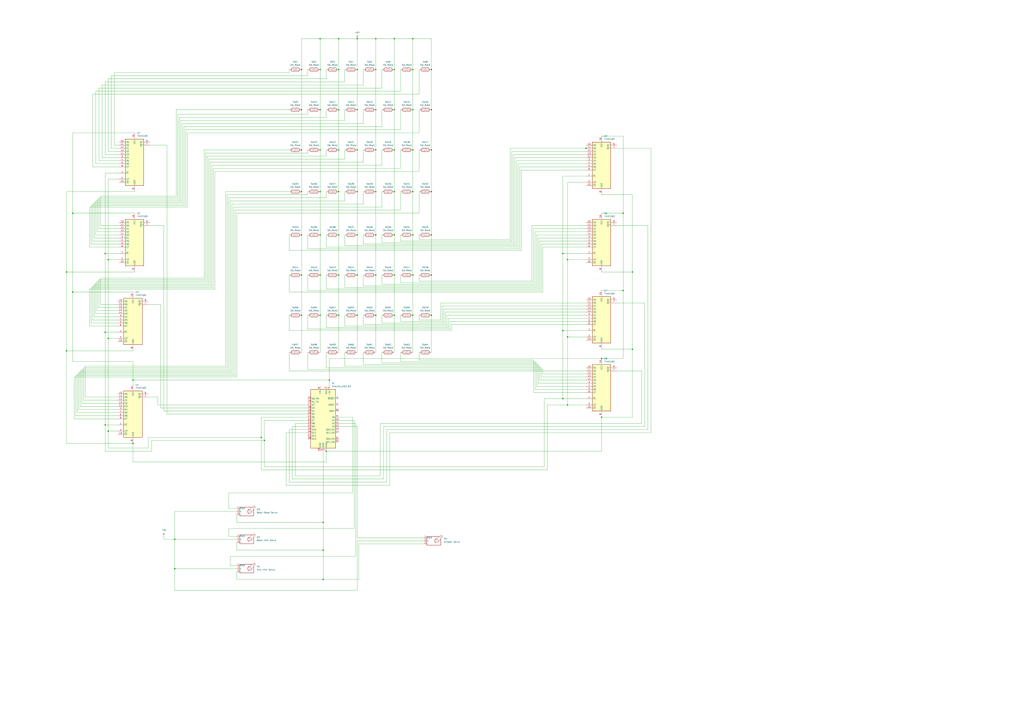
<source format=kicad_sch>
(kicad_sch (version 20230121) (generator eeschema)
  (paper "A1")
  (lib_symbols
    (symbol "74xx:74HC165"
      (property "Reference" "U" (at -7.62 19.05 0))
      (property "Value" "74HC165" (at -7.62 -21.59 0))
      (symbol "74HC165_1_0"
        (pin input line (at -12.7 -10.16 0) (length 5.08) (name "~{PL}") (number "1"))
        (pin input line (at -12.7 15.24 0) (length 5.08) (name "DS") (number "10"))
        (pin input line (at -12.7 12.7 0) (length 5.08) (name "D0") (number "11"))
        (pin input line (at -12.7 10.16 0) (length 5.08) (name "D1") (number "12"))
        (pin input line (at -12.7 7.62 0) (length 5.08) (name "D2") (number "13"))
        (pin input line (at -12.7 5.08 0) (length 5.08) (name "D3") (number "14"))
        (pin input line (at -12.7 -17.78 0) (length 5.08) (name "~{CE}") (number "15"))
        (pin power_in line (at 0 22.86 270) (length 5.08) (name "VCC") (number "16"))
        (pin input line (at -12.7 -15.24 0) (length 5.08) (name "CP") (number "2"))
        (pin input line (at -12.7 2.54 0) (length 5.08) (name "D4") (number "3"))
        (pin input line (at -12.7 0 0) (length 5.08) (name "D5") (number "4"))
        (pin input line (at -12.7 -2.54 0) (length 5.08) (name "D6") (number "5"))
        (pin input line (at -12.7 -5.08 0) (length 5.08) (name "D7") (number "6"))
        (pin output line (at 12.7 12.7 180) (length 5.08) (name "~{Q7}") (number "7"))
        (pin power_in line (at 0 -25.4 90) (length 5.08) (name "GND") (number "8"))
        (pin output line (at 12.7 15.24 180) (length 5.08) (name "Q7") (number "9"))
      )
    )
    (symbol "MCU_Module:Arduino_UNO_R3"
      (property "Reference" "A" (at -10.16 23.495 0))
      (property "Value" "Arduino_UNO_R3" (at 5.08 -26.67 0))
      (symbol "Arduino_UNO_R3_1_1"
        (pin no_connect line (at -10.16 -20.32 0) (length 2.54) hide (name "NC") (number "1"))
        (pin bidirectional line (at 12.7 -2.54 180) (length 2.54) (name "A1") (number "10"))
        (pin bidirectional line (at 12.7 -5.08 180) (length 2.54) (name "A2") (number "11"))
        (pin bidirectional line (at 12.7 -7.62 180) (length 2.54) (name "A3") (number "12"))
        (pin bidirectional line (at 12.7 -10.16 180) (length 2.54) (name "SDA/A4") (number "13"))
        (pin bidirectional line (at 12.7 -12.7 180) (length 2.54) (name "SCL/A5") (number "14"))
        (pin bidirectional line (at -12.7 15.24 0) (length 2.54) (name "D0/RX") (number "15"))
        (pin bidirectional line (at -12.7 12.7 0) (length 2.54) (name "D1/TX") (number "16"))
        (pin bidirectional line (at -12.7 10.16 0) (length 2.54) (name "D2") (number "17"))
        (pin bidirectional line (at -12.7 7.62 0) (length 2.54) (name "D3") (number "18"))
        (pin bidirectional line (at -12.7 5.08 0) (length 2.54) (name "D4") (number "19"))
        (pin output line (at 12.7 10.16 180) (length 2.54) (name "IOREF") (number "2"))
        (pin bidirectional line (at -12.7 2.54 0) (length 2.54) (name "D5") (number "20"))
        (pin bidirectional line (at -12.7 0 0) (length 2.54) (name "D6") (number "21"))
        (pin bidirectional line (at -12.7 -2.54 0) (length 2.54) (name "D7") (number "22"))
        (pin bidirectional line (at -12.7 -5.08 0) (length 2.54) (name "D8") (number "23"))
        (pin bidirectional line (at -12.7 -7.62 0) (length 2.54) (name "D9") (number "24"))
        (pin bidirectional line (at -12.7 -10.16 0) (length 2.54) (name "D10") (number "25"))
        (pin bidirectional line (at -12.7 -12.7 0) (length 2.54) (name "D11") (number "26"))
        (pin bidirectional line (at -12.7 -15.24 0) (length 2.54) (name "D12") (number "27"))
        (pin bidirectional line (at -12.7 -17.78 0) (length 2.54) (name "D13") (number "28"))
        (pin power_in line (at -2.54 -27.94 90) (length 2.54) (name "GND") (number "29"))
        (pin input line (at 12.7 15.24 180) (length 2.54) (name "~{RESET}") (number "3"))
        (pin input line (at 12.7 5.08 180) (length 2.54) (name "AREF") (number "30"))
        (pin bidirectional line (at 12.7 -17.78 180) (length 2.54) (name "SDA/A4") (number "31"))
        (pin bidirectional line (at 12.7 -20.32 180) (length 2.54) (name "SCL/A5") (number "32"))
        (pin power_out line (at 2.54 25.4 270) (length 2.54) (name "3V3") (number "4"))
        (pin power_out line (at 5.08 25.4 270) (length 2.54) (name "+5V") (number "5"))
        (pin power_in line (at 0 -27.94 90) (length 2.54) (name "GND") (number "6"))
        (pin power_in line (at 2.54 -27.94 90) (length 2.54) (name "GND") (number "7"))
        (pin power_in line (at -2.54 25.4 270) (length 2.54) (name "VIN") (number "8"))
        (pin bidirectional line (at 12.7 0 180) (length 2.54) (name "A0") (number "9"))
      )
    )
    (symbol "Motor:Motor_Servo" (pin_names (offset 0.0254))
      (property "Reference" "M" (at -5.08 4.445 0))
      (property "Value" "Motor_Servo" (at -5.08 -4.064 0))
      (symbol "Motor_Servo_1_1"
        (pin passive line (at -7.62 2.54 0) (length 2.54) (name "PWM") (number "1"))
        (pin passive line (at -7.62 0 0) (length 2.54) (name "+") (number "2"))
        (pin passive line (at -7.62 -2.54 0) (length 2.54) (name "-") (number "3"))
      )
    )
    (symbol "Switch:SW_Reed" (pin_numbers hide) (pin_names (offset 0) hide)
      (property "Reference" "SW" (at 0 2.54 0))
      (property "Value" "SW_Reed" (at 0 -2.54 0))
      (symbol "SW_Reed_1_1"
        (pin passive line (at -5.08 0 0) (length 2.54) (name "1") (number "1"))
        (pin passive line (at 5.08 0 180) (length 2.54) (name "2") (number "2"))
      )
    )
    (symbol "power:+6V" (power) (pin_names (offset 0))
      (property "Value" "+6V" (at 0 3.556 0))
      (symbol "+6V_1_1"
        (pin power_in line (at 0 0 90) (length 0) hide (name "+6V") (number "1"))
      )
    )
  )
  (junction (at 308.61 259.08))
  (junction (at 494.03 294.64))
  (junction (at 354.33 226.06))
  (junction (at 278.13 123.19))
  (junction (at 247.65 259.08))
  (junction (at 354.33 123.19))
  (junction (at 86.36 349.25))
  (junction (at 262.89 31.75))
  (junction (at 323.85 123.19))
  (junction (at 293.37 259.08))
  (junction (at 88.9 354.33))
  (junction (at 354.33 193.04))
  (junction (at 462.28 271.78))
  (junction (at 262.89 226.06))
  (junction (at 262.89 123.19))
  (junction (at 511.81 238.76))
  (junction (at 247.65 123.19))
  (junction (at 339.09 259.08))
  (junction (at 109.22 312.42))
  (junction (at 143.51 443.23))
  (junction (at 462.28 208.28))
  (junction (at 293.37 226.06))
  (junction (at 265.43 476.25))
  (junction (at 339.09 90.17))
  (junction (at 54.61 223.52))
  (junction (at 308.61 157.48))
  (junction (at 308.61 31.75))
  (junction (at 339.09 123.19))
  (junction (at 86.36 208.28))
  (junction (at 265.43 452.12))
  (junction (at 278.13 57.15))
  (junction (at 88.9 213.36))
  (junction (at 323.85 57.15))
  (junction (at 278.13 226.06))
  (junction (at 247.65 157.48))
  (junction (at 86.36 273.05))
  (junction (at 339.09 226.06))
  (junction (at 354.33 57.15))
  (junction (at 88.9 278.13))
  (junction (at 247.65 226.06))
  (junction (at 278.13 157.48))
  (junction (at 354.33 157.48))
  (junction (at 262.89 157.48))
  (junction (at 494.03 342.9))
  (junction (at 466.09 213.36))
  (junction (at 143.51 467.36))
  (junction (at 278.13 259.08))
  (junction (at 339.09 57.15))
  (junction (at 519.43 223.52))
  (junction (at 267.97 370.84))
  (junction (at 293.37 123.19))
  (junction (at 54.61 288.29))
  (junction (at 323.85 157.48))
  (junction (at 466.09 276.86))
  (junction (at 278.13 90.17))
  (junction (at 247.65 193.04))
  (junction (at 262.89 57.15))
  (junction (at 278.13 193.04))
  (junction (at 323.85 193.04))
  (junction (at 262.89 259.08))
  (junction (at 262.89 193.04))
  (junction (at 466.09 332.74))
  (junction (at 214.63 359.41))
  (junction (at 308.61 123.19))
  (junction (at 265.43 429.26))
  (junction (at 270.51 312.42))
  (junction (at 339.09 157.48))
  (junction (at 323.85 90.17))
  (junction (at 293.37 157.48))
  (junction (at 462.28 327.66))
  (junction (at 278.13 31.75))
  (junction (at 59.69 240.03))
  (junction (at 323.85 259.08))
  (junction (at 323.85 226.06))
  (junction (at 293.37 90.17))
  (junction (at 339.09 31.75))
  (junction (at 109.22 364.49))
  (junction (at 308.61 193.04))
  (junction (at 511.81 175.26))
  (junction (at 262.89 90.17))
  (junction (at 308.61 226.06))
  (junction (at 308.61 57.15))
  (junction (at 481.33 121.92))
  (junction (at 59.69 175.26))
  (junction (at 308.61 90.17))
  (junction (at 354.33 90.17))
  (junction (at 247.65 57.15))
  (junction (at 293.37 31.75))
  (junction (at 323.85 31.75))
  (junction (at 519.43 287.02))
  (junction (at 293.37 57.15))
  (junction (at 247.65 90.17))
  (junction (at 293.37 193.04))
  (junction (at 217.17 361.95))
  (junction (at 339.09 193.04))
  (junction (at 354.33 259.08))
  (wire (pts (xy 511.81 294.64) (xy 494.03 294.64)))
  (wire (pts (xy 80.01 231.14) (xy 80.01 255.27)))
  (wire (pts (xy 293.37 441.96) (xy 347.98 441.96)))
  (wire (pts (xy 73.66 170.18) (xy 73.66 203.2)))
  (wire (pts (xy 262.89 193.04) (xy 262.89 226.06)))
  (wire (pts (xy 344.17 109.22) (xy 153.67 109.22)))
  (wire (pts (xy 462.28 208.28) (xy 462.28 271.78)))
  (wire (pts (xy 298.45 157.48) (xy 298.45 167.64)))
  (wire (pts (xy 494.03 111.76) (xy 511.81 111.76)))
  (wire (pts (xy 481.33 121.92) (xy 482.6 121.92)))
  (wire (pts (xy 168.91 229.87) (xy 81.28 229.87)))
  (wire (pts (xy 73.66 203.2) (xy 97.79 203.2)))
  (wire (pts (xy 151.13 104.14) (xy 151.13 167.64)))
  (wire (pts (xy 313.69 289.56) (xy 313.69 298.45)))
  (wire (pts (xy 344.17 231.14) (xy 436.88 231.14)))
  (wire (pts (xy 76.2 77.47) (xy 76.2 137.16)))
  (wire (pts (xy 146.05 93.98) (xy 146.05 162.56)))
  (wire (pts (xy 81.28 132.08) (xy 97.79 132.08)))
  (wire (pts (xy 481.33 208.28) (xy 462.28 208.28)))
  (wire (pts (xy 267.97 162.56) (xy 187.96 162.56)))
  (wire (pts (xy 267.97 269.24) (xy 368.3 269.24)))
  (wire (pts (xy 313.69 90.17) (xy 313.69 104.14)))
  (wire (pts (xy 283.21 99.06) (xy 148.59 99.06)))
  (wire (pts (xy 124.46 370.84) (xy 86.36 370.84)))
  (wire (pts (xy 293.37 444.5) (xy 293.37 485.14)))
  (wire (pts (xy 54.61 157.48) (xy 54.61 223.52)))
  (wire (pts (xy 234.95 355.6) (xy 252.73 355.6)))
  (wire (pts (xy 481.33 271.78) (xy 462.28 271.78)))
  (wire (pts (xy 339.09 226.06) (xy 339.09 259.08)))
  (wire (pts (xy 82.55 185.42) (xy 97.79 185.42)))
  (wire (pts (xy 328.93 123.19) (xy 328.93 138.43)))
  (wire (pts (xy 344.17 90.17) (xy 344.17 109.22)))
  (wire (pts (xy 237.49 304.8) (xy 481.33 304.8)))
  (wire (pts (xy 308.61 157.48) (xy 308.61 193.04)))
  (wire (pts (xy 109.22 364.49) (xy 109.22 379.73)))
  (wire (pts (xy 167.64 228.6) (xy 82.55 228.6)))
  (wire (pts (xy 82.55 161.29) (xy 82.55 185.42)))
  (wire (pts (xy 278.13 342.9) (xy 289.56 342.9)))
  (wire (pts (xy 54.61 364.49) (xy 109.22 364.49)))
  (wire (pts (xy 527.05 304.8) (xy 527.05 347.98)))
  (wire (pts (xy 194.31 309.88) (xy 60.96 309.88)))
  (wire (pts (xy 370.84 271.78) (xy 370.84 266.7)))
  (wire (pts (xy 173.99 135.89) (xy 173.99 234.95)))
  (wire (pts (xy 267.97 237.49) (xy 443.23 237.49)))
  (wire (pts (xy 519.43 342.9) (xy 494.03 342.9)))
  (wire (pts (xy 237.49 396.24) (xy 237.49 353.06)))
  (wire (pts (xy 187.96 303.53) (xy 67.31 303.53)))
  (wire (pts (xy 328.93 226.06) (xy 328.93 232.41)))
  (wire (pts (xy 438.15 295.91) (xy 438.15 322.58)))
  (wire (pts (xy 283.21 201.93) (xy 424.18 201.93)))
  (wire (pts (xy 187.96 440.69) (xy 194.31 440.69)))
  (wire (pts (xy 81.28 187.96) (xy 97.79 187.96)))
  (wire (pts (xy 466.09 213.36) (xy 466.09 276.86)))
  (wire (pts (xy 144.78 90.17) (xy 144.78 161.29)))
  (wire (pts (xy 168.91 125.73) (xy 168.91 229.87)))
  (wire (pts (xy 320.04 355.6) (xy 320.04 398.78)))
  (wire (pts (xy 283.21 259.08) (xy 283.21 267.97)))
  (wire (pts (xy 313.69 157.48) (xy 313.69 170.18)))
  (wire (pts (xy 298.45 193.04) (xy 298.45 200.66)))
  (wire (pts (xy 339.09 31.75) (xy 354.33 31.75)))
  (wire (pts (xy 283.21 90.17) (xy 283.21 99.06)))
  (wire (pts (xy 298.45 57.15) (xy 298.45 69.85)))
  (wire (pts (xy 147.32 163.83) (xy 80.01 163.83)))
  (wire (pts (xy 237.49 193.04) (xy 237.49 205.74)))
  (wire (pts (xy 323.85 193.04) (xy 323.85 226.06)))
  (wire (pts (xy 81.28 162.56) (xy 81.28 187.96)))
  (wire (pts (xy 262.89 31.75) (xy 278.13 31.75)))
  (wire (pts (xy 278.13 226.06) (xy 278.13 259.08)))
  (wire (pts (xy 170.18 128.27) (xy 170.18 231.14)))
  (wire (pts (xy 328.93 74.93) (xy 78.74 74.93)))
  (wire (pts (xy 328.93 138.43) (xy 175.26 138.43)))
  (wire (pts (xy 74.93 200.66) (xy 97.79 200.66)))
  (wire (pts (xy 247.65 157.48) (xy 247.65 193.04)))
  (wire (pts (xy 283.21 289.56) (xy 283.21 300.99)))
  (wire (pts (xy 68.58 328.93) (xy 96.52 328.93)))
  (wire (pts (xy 247.65 123.19) (xy 247.65 157.48)))
  (wire (pts (xy 247.65 31.75) (xy 247.65 57.15)))
  (wire (pts (xy 494.03 238.76) (xy 511.81 238.76)))
  (wire (pts (xy 129.54 326.39) (xy 129.54 332.74)))
  (wire (pts (xy 83.82 69.85) (xy 83.82 129.54)))
  (wire (pts (xy 289.56 342.9) (xy 289.56 405.13)))
  (wire (pts (xy 237.49 205.74) (xy 427.99 205.74)))
  (wire (pts (xy 278.13 350.52) (xy 293.37 350.52)))
  (wire (pts (xy 186.69 160.02) (xy 186.69 302.26)))
  (wire (pts (xy 426.72 204.47) (xy 426.72 137.16)))
  (wire (pts (xy 298.45 299.72) (xy 441.96 299.72)))
  (wire (pts (xy 247.65 57.15) (xy 247.65 90.17)))
  (wire (pts (xy 194.31 476.25) (xy 265.43 476.25)))
  (wire (pts (xy 339.09 259.08) (xy 339.09 289.56)))
  (wire (pts (xy 252.73 123.19) (xy 252.73 125.73)))
  (wire (pts (xy 298.45 234.95) (xy 440.69 234.95)))
  (wire (pts (xy 252.73 93.98) (xy 146.05 93.98)))
  (wire (pts (xy 82.55 250.19) (xy 96.52 250.19)))
  (wire (pts (xy 191.77 170.18) (xy 191.77 307.34)))
  (wire (pts (xy 298.45 266.7) (xy 365.76 266.7)))
  (wire (pts (xy 328.93 106.68) (xy 152.4 106.68)))
  (wire (pts (xy 313.69 57.15) (xy 313.69 72.39)))
  (wire (pts (xy 109.22 312.42) (xy 109.22 297.18)))
  (wire (pts (xy 462.28 327.66) (xy 447.04 327.66)))
  (wire (pts (xy 293.37 259.08) (xy 293.37 289.56)))
  (wire (pts (xy 76.2 167.64) (xy 76.2 198.12)))
  (wire (pts (xy 419.1 121.92) (xy 481.33 121.92)))
  (wire (pts (xy 443.23 237.49) (xy 443.23 198.12)))
  (wire (pts (xy 270.51 312.42) (xy 270.51 317.5)))
  (wire (pts (xy 189.23 457.2) (xy 189.23 464.82)))
  (wire (pts (xy 252.73 238.76) (xy 444.5 238.76)))
  (wire (pts (xy 252.73 226.06) (xy 252.73 238.76)))
  (wire (pts (xy 190.5 306.07) (xy 64.77 306.07)))
  (wire (pts (xy 97.79 142.24) (xy 86.36 142.24)))
  (wire (pts (xy 481.33 276.86) (xy 466.09 276.86)))
  (wire (pts (xy 425.45 203.2) (xy 425.45 134.62)))
  (wire (pts (xy 88.9 64.77) (xy 88.9 124.46)))
  (wire (pts (xy 313.69 170.18) (xy 191.77 170.18)))
  (wire (pts (xy 506.73 248.92) (xy 529.59 248.92)))
  (wire (pts (xy 214.63 359.41) (xy 121.92 359.41)))
  (wire (pts (xy 78.74 232.41) (xy 78.74 257.81)))
  (wire (pts (xy 328.93 264.16) (xy 363.22 264.16)))
  (wire (pts (xy 308.61 259.08) (xy 308.61 289.56)))
  (wire (pts (xy 354.33 157.48) (xy 354.33 193.04)))
  (wire (pts (xy 267.97 90.17) (xy 267.97 96.52)))
  (wire (pts (xy 191.77 307.34) (xy 63.5 307.34)))
  (wire (pts (xy 444.5 302.26) (xy 444.5 309.88)))
  (wire (pts (xy 97.79 147.32) (xy 88.9 147.32)))
  (wire (pts (xy 317.5 353.06) (xy 317.5 396.24)))
  (wire (pts (xy 527.05 347.98) (xy 312.42 347.98)))
  (wire (pts (xy 265.43 452.12) (xy 265.43 476.25)))
  (wire (pts (xy 74.93 236.22) (xy 74.93 265.43)))
  (wire (pts (xy 278.13 193.04) (xy 278.13 226.06)))
  (wire (pts (xy 344.17 157.48) (xy 344.17 175.26)))
  (wire (pts (xy 511.81 111.76) (xy 511.81 175.26)))
  (wire (pts (xy 354.33 90.17) (xy 354.33 123.19)))
  (wire (pts (xy 328.93 157.48) (xy 328.93 172.72)))
  (wire (pts (xy 193.04 308.61) (xy 62.23 308.61)))
  (wire (pts (xy 88.9 124.46) (xy 97.79 124.46)))
  (wire (pts (xy 449.58 332.74) (xy 449.58 386.08)))
  (wire (pts (xy 81.28 229.87) (xy 81.28 252.73)))
  (wire (pts (xy 185.42 300.99) (xy 69.85 300.99)))
  (wire (pts (xy 466.09 276.86) (xy 466.09 332.74)))
  (wire (pts (xy 494.03 175.26) (xy 511.81 175.26)))
  (wire (pts (xy 237.49 57.15) (xy 237.49 59.69)))
  (wire (pts (xy 447.04 327.66) (xy 447.04 383.54)))
  (wire (pts (xy 187.96 405.13) (xy 187.96 417.83)))
  (wire (pts (xy 294.64 447.04) (xy 294.64 476.25)))
  (wire (pts (xy 252.73 342.9) (xy 214.63 342.9)))
  (wire (pts (xy 137.16 340.36) (xy 252.73 340.36)))
  (wire (pts (xy 339.09 157.48) (xy 339.09 193.04)))
  (wire (pts (xy 69.85 300.99) (xy 69.85 326.39)))
  (wire (pts (xy 171.45 130.81) (xy 171.45 232.41)))
  (wire (pts (xy 436.88 231.14) (xy 436.88 185.42)))
  (wire (pts (xy 146.05 162.56) (xy 81.28 162.56)))
  (wire (pts (xy 149.86 101.6) (xy 149.86 166.37)))
  (wire (pts (xy 529.59 350.52) (xy 314.96 350.52)))
  (wire (pts (xy 144.78 161.29) (xy 82.55 161.29)))
  (wire (pts (xy 132.08 335.28) (xy 252.73 335.28)))
  (wire (pts (xy 214.63 386.08) (xy 214.63 359.41)))
  (wire (pts (xy 354.33 123.19) (xy 354.33 157.48)))
  (wire (pts (xy 278.13 157.48) (xy 278.13 193.04)))
  (wire (pts (xy 278.13 57.15) (xy 278.13 90.17)))
  (wire (pts (xy 293.37 90.17) (xy 293.37 123.19)))
  (wire (pts (xy 283.21 300.99) (xy 443.23 300.99)))
  (wire (pts (xy 368.3 261.62) (xy 481.33 261.62)))
  (wire (pts (xy 91.44 62.23) (xy 91.44 121.92)))
  (wire (pts (xy 237.49 123.19) (xy 167.64 123.19)))
  (wire (pts (xy 365.76 266.7) (xy 365.76 256.54)))
  (wire (pts (xy 62.23 308.61) (xy 62.23 341.63)))
  (wire (pts (xy 73.66 267.97) (xy 96.52 267.97)))
  (wire (pts (xy 60.96 344.17) (xy 96.52 344.17)))
  (wire (pts (xy 361.95 248.92) (xy 481.33 248.92)))
  (wire (pts (xy 323.85 123.19) (xy 323.85 157.48)))
  (wire (pts (xy 339.09 31.75) (xy 339.09 57.15)))
  (wire (pts (xy 176.53 237.49) (xy 73.66 237.49)))
  (wire (pts (xy 298.45 289.56) (xy 298.45 299.72)))
  (wire (pts (xy 78.74 257.81) (xy 96.52 257.81)))
  (wire (pts (xy 88.9 278.13) (xy 88.9 354.33)))
  (wire (pts (xy 262.89 157.48) (xy 262.89 193.04)))
  (wire (pts (xy 462.28 144.78) (xy 462.28 208.28)))
  (wire (pts (xy 123.19 119.38) (xy 137.16 119.38)))
  (wire (pts (xy 189.23 464.82) (xy 194.31 464.82)))
  (wire (pts (xy 83.82 129.54) (xy 97.79 129.54)))
  (wire (pts (xy 68.58 302.26) (xy 68.58 328.93)))
  (wire (pts (xy 267.97 289.56) (xy 267.97 302.26)))
  (wire (pts (xy 73.66 237.49) (xy 73.66 267.97)))
  (wire (pts (xy 109.22 288.29) (xy 54.61 288.29)))
  (wire (pts (xy 252.73 160.02) (xy 186.69 160.02)))
  (wire (pts (xy 148.59 99.06) (xy 148.59 165.1)))
  (wire (pts (xy 172.72 133.35) (xy 172.72 233.68)))
  (wire (pts (xy 328.93 172.72) (xy 193.04 172.72)))
  (wire (pts (xy 262.89 226.06) (xy 262.89 259.08)))
  (wire (pts (xy 369.57 264.16) (xy 481.33 264.16)))
  (wire (pts (xy 313.69 135.89) (xy 173.99 135.89)))
  (wire (pts (xy 367.03 259.08) (xy 481.33 259.08)))
  (wire (pts (xy 427.99 205.74) (xy 427.99 139.7)))
  (wire (pts (xy 308.61 57.15) (xy 308.61 90.17)))
  (wire (pts (xy 86.36 370.84) (xy 86.36 349.25)))
  (wire (pts (xy 63.5 339.09) (xy 96.52 339.09)))
  (wire (pts (xy 294.64 476.25) (xy 265.43 476.25)))
  (wire (pts (xy 134.62 337.82) (xy 252.73 337.82)))
  (wire (pts (xy 312.42 347.98) (xy 312.42 391.16)))
  (wire (pts (xy 445.77 303.53) (xy 445.77 307.34)))
  (wire (pts (xy 240.03 393.7) (xy 240.03 350.52)))
  (wire (pts (xy 481.33 332.74) (xy 466.09 332.74)))
  (wire (pts (xy 194.31 420.37) (xy 143.51 420.37)))
  (wire (pts (xy 152.4 168.91) (xy 74.93 168.91)))
  (wire (pts (xy 313.69 72.39) (xy 81.28 72.39)))
  (wire (pts (xy 354.33 226.06) (xy 354.33 259.08)))
  (wire (pts (xy 252.73 57.15) (xy 252.73 62.23)))
  (wire (pts (xy 445.77 307.34) (xy 481.33 307.34)))
  (wire (pts (xy 444.5 200.66) (xy 481.33 200.66)))
  (wire (pts (xy 124.46 361.95) (xy 124.46 370.84)))
  (wire (pts (xy 308.61 90.17) (xy 308.61 123.19)))
  (wire (pts (xy 344.17 259.08) (xy 344.17 262.89)))
  (wire (pts (xy 267.97 370.84) (xy 494.03 370.84)))
  (wire (pts (xy 185.42 157.48) (xy 185.42 300.99)))
  (wire (pts (xy 283.21 226.06) (xy 283.21 236.22)))
  (wire (pts (xy 267.97 226.06) (xy 267.97 237.49)))
  (wire (pts (xy 194.31 445.77) (xy 194.31 452.12)))
  (wire (pts (xy 365.76 256.54) (xy 481.33 256.54)))
  (wire (pts (xy 173.99 234.95) (xy 76.2 234.95)))
  (wire (pts (xy 64.77 306.07) (xy 64.77 336.55)))
  (wire (pts (xy 186.69 302.26) (xy 68.58 302.26)))
  (wire (pts (xy 278.13 347.98) (xy 292.1 347.98)))
  (wire (pts (xy 511.81 175.26) (xy 511.81 238.76)))
  (wire (pts (xy 466.09 149.86) (xy 466.09 213.36)))
  (wire (pts (xy 69.85 326.39) (xy 96.52 326.39)))
  (wire (pts (xy 438.15 187.96) (xy 481.33 187.96)))
  (wire (pts (xy 344.17 196.85) (xy 419.1 196.85)))
  (wire (pts (xy 313.69 123.19) (xy 313.69 135.89)))
  (wire (pts (xy 368.3 269.24) (xy 368.3 261.62)))
  (wire (pts (xy 283.21 130.81) (xy 171.45 130.81)))
  (wire (pts (xy 293.37 350.52) (xy 293.37 441.96)))
  (wire (pts (xy 317.5 396.24) (xy 237.49 396.24)))
  (wire (pts (xy 344.17 123.19) (xy 344.17 140.97)))
  (wire (pts (xy 86.36 142.24) (xy 86.36 208.28)))
  (wire (pts (xy 283.21 123.19) (xy 283.21 130.81)))
  (wire (pts (xy 262.89 90.17) (xy 262.89 123.19)))
  (wire (pts (xy 265.43 452.12) (xy 265.43 429.26)))
  (wire (pts (xy 420.37 124.46) (xy 481.33 124.46)))
  (wire (pts (xy 96.52 278.13) (xy 88.9 278.13)))
  (wire (pts (xy 313.69 199.39) (xy 421.64 199.39)))
  (wire (pts (xy 293.37 123.19) (xy 293.37 157.48)))
  (wire (pts (xy 189.23 304.8) (xy 66.04 304.8)))
  (wire (pts (xy 267.97 302.26) (xy 444.5 302.26)))
  (wire (pts (xy 123.19 185.42) (xy 134.62 185.42)))
  (wire (pts (xy 363.22 264.16) (xy 363.22 251.46)))
  (wire (pts (xy 440.69 298.45) (xy 440.69 317.5)))
  (wire (pts (xy 265.43 429.26) (xy 194.31 429.26)))
  (wire (pts (xy 447.04 383.54) (xy 217.17 383.54)))
  (wire (pts (xy 214.63 342.9) (xy 214.63 359.41)))
  (wire (pts (xy 78.74 193.04) (xy 97.79 193.04)))
  (wire (pts (xy 76.2 137.16) (xy 97.79 137.16)))
  (wire (pts (xy 344.17 77.47) (xy 76.2 77.47)))
  (wire (pts (xy 252.73 289.56) (xy 252.73 303.53)))
  (wire (pts (xy 278.13 31.75) (xy 293.37 31.75)))
  (wire (pts (xy 74.93 168.91) (xy 74.93 200.66)))
  (wire (pts (xy 247.65 226.06) (xy 247.65 259.08)))
  (wire (pts (xy 77.47 195.58) (xy 97.79 195.58)))
  (wire (pts (xy 441.96 299.72) (xy 441.96 314.96)))
  (wire (pts (xy 110.49 223.52) (xy 54.61 223.52)))
  (wire (pts (xy 506.73 121.92) (xy 534.67 121.92)))
  (wire (pts (xy 293.37 157.48) (xy 293.37 193.04)))
  (wire (pts (xy 344.17 289.56) (xy 344.17 295.91)))
  (wire (pts (xy 323.85 90.17) (xy 323.85 123.19)))
  (wire (pts (xy 370.84 266.7) (xy 481.33 266.7)))
  (wire (pts (xy 78.74 165.1) (xy 78.74 193.04)))
  (wire (pts (xy 534.67 355.6) (xy 320.04 355.6)))
  (wire (pts (xy 252.73 270.51) (xy 369.57 270.51)))
  (wire (pts (xy 328.93 193.04) (xy 328.93 198.12)))
  (wire (pts (xy 59.69 240.03) (xy 59.69 297.18)))
  (wire (pts (xy 270.51 294.64) (xy 270.51 312.42)))
  (wire (pts (xy 242.57 347.98) (xy 252.73 347.98)))
  (wire (pts (xy 67.31 331.47) (xy 96.52 331.47)))
  (wire (pts (xy 439.42 233.68) (xy 439.42 190.5)))
  (wire (pts (xy 80.01 190.5) (xy 97.79 190.5)))
  (wire (pts (xy 323.85 57.15) (xy 323.85 31.75)))
  (wire (pts (xy 234.95 398.78) (xy 234.95 355.6)))
  (wire (pts (xy 237.49 157.48) (xy 185.42 157.48)))
  (wire (pts (xy 262.89 57.15) (xy 262.89 90.17)))
  (wire (pts (xy 110.49 109.22) (xy 59.69 109.22)))
  (wire (pts (xy 267.97 379.73) (xy 267.97 370.84)))
  (wire (pts (xy 247.65 193.04) (xy 247.65 226.06)))
  (wire (pts (xy 439.42 320.04) (xy 481.33 320.04)))
  (wire (pts (xy 519.43 160.02) (xy 519.43 223.52)))
  (wire (pts (xy 440.69 317.5) (xy 481.33 317.5)))
  (wire (pts (xy 194.31 429.26) (xy 194.31 422.91)))
  (wire (pts (xy 54.61 223.52) (xy 54.61 288.29)))
  (wire (pts (xy 344.17 140.97) (xy 176.53 140.97)))
  (wire (pts (xy 237.49 59.69) (xy 93.98 59.69)))
  (wire (pts (xy 252.73 90.17) (xy 252.73 93.98)))
  (wire (pts (xy 176.53 140.97) (xy 176.53 237.49)))
  (wire (pts (xy 189.23 165.1) (xy 189.23 304.8)))
  (wire (pts (xy 439.42 297.18) (xy 439.42 320.04)))
  (wire (pts (xy 354.33 31.75) (xy 354.33 57.15)))
  (wire (pts (xy 328.93 57.15) (xy 328.93 74.93)))
  (wire (pts (xy 313.69 226.06) (xy 313.69 233.68)))
  (wire (pts (xy 86.36 349.25) (xy 96.52 349.25)))
  (wire (pts (xy 81.28 72.39) (xy 81.28 132.08)))
  (wire (pts (xy 265.43 370.84) (xy 265.43 429.26)))
  (wire (pts (xy 344.17 262.89) (xy 361.95 262.89)))
  (wire (pts (xy 76.2 234.95) (xy 76.2 262.89)))
  (wire (pts (xy 59.69 109.22) (xy 59.69 175.26)))
  (wire (pts (xy 217.17 345.44) (xy 217.17 361.95)))
  (wire (pts (xy 313.69 193.04) (xy 313.69 199.39)))
  (wire (pts (xy 143.51 443.23) (xy 143.51 467.36)))
  (wire (pts (xy 86.36 273.05) (xy 86.36 349.25)))
  (wire (pts (xy 314.96 393.7) (xy 240.03 393.7)))
  (wire (pts (xy 171.45 232.41) (xy 78.74 232.41)))
  (wire (pts (xy 190.5 167.64) (xy 190.5 306.07)))
  (wire (pts (xy 308.61 226.06) (xy 308.61 259.08)))
  (wire (pts (xy 237.49 289.56) (xy 237.49 304.8)))
  (wire (pts (xy 298.45 133.35) (xy 172.72 133.35)))
  (wire (pts (xy 519.43 287.02) (xy 519.43 342.9)))
  (wire (pts (xy 519.43 223.52) (xy 519.43 287.02)))
  (wire (pts (xy 93.98 119.38) (xy 97.79 119.38)))
  (wire (pts (xy 363.22 251.46) (xy 481.33 251.46)))
  (wire (pts (xy 77.47 260.35) (xy 96.52 260.35)))
  (wire (pts (xy 320.04 398.78) (xy 234.95 398.78)))
  (wire (pts (xy 62.23 341.63) (xy 96.52 341.63)))
  (wire (pts (xy 462.28 271.78) (xy 462.28 327.66)))
  (wire (pts (xy 170.18 231.14) (xy 80.01 231.14)))
  (wire (pts (xy 293.37 57.15) (xy 293.37 90.17)))
  (wire (pts (xy 242.57 391.16) (xy 242.57 347.98)))
  (wire (pts (xy 529.59 248.92) (xy 529.59 350.52)))
  (wire (pts (xy 193.04 172.72) (xy 193.04 308.61)))
  (wire (pts (xy 344.17 295.91) (xy 438.15 295.91)))
  (wire (pts (xy 76.2 198.12) (xy 97.79 198.12)))
  (wire (pts (xy 64.77 336.55) (xy 96.52 336.55)))
  (wire (pts (xy 308.61 193.04) (xy 308.61 226.06)))
  (wire (pts (xy 109.22 379.73) (xy 267.97 379.73)))
  (wire (pts (xy 267.97 157.48) (xy 267.97 162.56)))
  (wire (pts (xy 421.64 127) (xy 481.33 127)))
  (wire (pts (xy 506.73 185.42) (xy 532.13 185.42)))
  (wire (pts (xy 339.09 123.19) (xy 339.09 157.48)))
  (wire (pts (xy 121.92 250.19) (xy 132.08 250.19)))
  (wire (pts (xy 339.09 193.04) (xy 339.09 226.06)))
  (wire (pts (xy 443.23 198.12) (xy 481.33 198.12)))
  (wire (pts (xy 121.92 359.41) (xy 121.92 368.3)))
  (wire (pts (xy 440.69 234.95) (xy 440.69 193.04)))
  (wire (pts (xy 187.96 162.56) (xy 187.96 303.53)))
  (wire (pts (xy 422.91 200.66) (xy 422.91 129.54)))
  (wire (pts (xy 292.1 347.98) (xy 292.1 457.2)))
  (wire (pts (xy 262.89 31.75) (xy 262.89 57.15)))
  (wire (pts (xy 149.86 166.37) (xy 77.47 166.37)))
  (wire (pts (xy 298.45 259.08) (xy 298.45 266.7)))
  (wire (pts (xy 147.32 96.52) (xy 147.32 163.83)))
  (wire (pts (xy 153.67 109.22) (xy 153.67 170.18)))
  (wire (pts (xy 313.69 104.14) (xy 151.13 104.14)))
  (wire (pts (xy 436.88 185.42) (xy 481.33 185.42)))
  (wire (pts (xy 441.96 195.58) (xy 481.33 195.58)))
  (wire (pts (xy 293.37 31.75) (xy 308.61 31.75)))
  (wire (pts (xy 298.45 167.64) (xy 190.5 167.64)))
  (wire (pts (xy 421.64 199.39) (xy 421.64 127)))
  (wire (pts (xy 237.49 271.78) (xy 370.84 271.78)))
  (wire (pts (xy 367.03 267.97) (xy 367.03 259.08)))
  (wire (pts (xy 278.13 345.44) (xy 290.83 345.44)))
  (wire (pts (xy 143.51 443.23) (xy 134.62 443.23)))
  (wire (pts (xy 86.36 127) (xy 97.79 127)))
  (wire (pts (xy 247.65 90.17) (xy 247.65 123.19)))
  (wire (pts (xy 445.77 240.03) (xy 445.77 203.2)))
  (wire (pts (xy 339.09 57.15) (xy 339.09 90.17)))
  (wire (pts (xy 283.21 267.97) (xy 367.03 267.97)))
  (wire (pts (xy 110.49 157.48) (xy 54.61 157.48)))
  (wire (pts (xy 444.5 309.88) (xy 481.33 309.88)))
  (wire (pts (xy 283.21 57.15) (xy 283.21 67.31)))
  (wire (pts (xy 247.65 31.75) (xy 262.89 31.75)))
  (wire (pts (xy 481.33 144.78) (xy 462.28 144.78)))
  (wire (pts (xy 440.69 193.04) (xy 481.33 193.04)))
  (wire (pts (xy 175.26 236.22) (xy 74.93 236.22)))
  (wire (pts (xy 298.45 226.06) (xy 298.45 234.95)))
  (wire (pts (xy 278.13 90.17) (xy 278.13 123.19)))
  (wire (pts (xy 328.93 232.41) (xy 438.15 232.41)))
  (wire (pts (xy 443.23 300.99) (xy 443.23 312.42)))
  (wire (pts (xy 109.22 312.42) (xy 270.51 312.42)))
  (wire (pts (xy 96.52 273.05) (xy 86.36 273.05)))
  (wire (pts (xy 267.97 203.2) (xy 425.45 203.2)))
  (wire (pts (xy 481.33 213.36) (xy 466.09 213.36)))
  (wire (pts (xy 283.21 67.31) (xy 86.36 67.31)))
  (wire (pts (xy 137.16 119.38) (xy 137.16 340.36)))
  (wire (pts (xy 494.03 223.52) (xy 519.43 223.52)))
  (wire (pts (xy 344.17 226.06) (xy 344.17 231.14)))
  (wire (pts (xy 88.9 147.32) (xy 88.9 213.36)))
  (wire (pts (xy 93.98 59.69) (xy 93.98 119.38)))
  (wire (pts (xy 424.18 132.08) (xy 481.33 132.08)))
  (wire (pts (xy 278.13 259.08) (xy 278.13 289.56)))
  (wire (pts (xy 354.33 57.15) (xy 354.33 90.17)))
  (wire (pts (xy 97.79 213.36) (xy 88.9 213.36)))
  (wire (pts (xy 252.73 259.08) (xy 252.73 270.51)))
  (wire (pts (xy 323.85 157.48) (xy 323.85 193.04)))
  (wire (pts (xy 422.91 129.54) (xy 481.33 129.54)))
  (wire (pts (xy 153.67 170.18) (xy 73.66 170.18)))
  (wire (pts (xy 74.93 265.43) (xy 96.52 265.43)))
  (wire (pts (xy 78.74 134.62) (xy 97.79 134.62)))
  (wire (pts (xy 134.62 440.69) (xy 134.62 443.23)))
  (wire (pts (xy 252.73 193.04) (xy 252.73 204.47)))
  (wire (pts (xy 449.58 386.08) (xy 214.63 386.08)))
  (wire (pts (xy 328.93 297.18) (xy 439.42 297.18)))
  (wire (pts (xy 267.97 259.08) (xy 267.97 269.24)))
  (wire (pts (xy 427.99 139.7) (xy 481.33 139.7)))
  (wire (pts (xy 420.37 198.12) (xy 420.37 124.46)))
  (wire (pts (xy 283.21 236.22) (xy 441.96 236.22)))
  (wire (pts (xy 81.28 252.73) (xy 96.52 252.73)))
  (wire (pts (xy 187.96 434.34) (xy 187.96 440.69)))
  (wire (pts (xy 444.5 238.76) (xy 444.5 200.66)))
  (wire (pts (xy 323.85 259.08) (xy 323.85 289.56)))
  (wire (pts (xy 344.17 193.04) (xy 344.17 196.85)))
  (wire (pts (xy 66.04 334.01) (xy 96.52 334.01)))
  (wire (pts (xy 77.47 233.68) (xy 77.47 260.35)))
  (wire (pts (xy 323.85 226.06) (xy 323.85 259.08)))
  (wire (pts (xy 438.15 232.41) (xy 438.15 187.96)))
  (wire (pts (xy 278.13 123.19) (xy 278.13 157.48)))
  (wire (pts (xy 240.03 350.52) (xy 252.73 350.52)))
  (wire (pts (xy 67.31 303.53) (xy 67.31 331.47)))
  (wire (pts (xy 267.97 57.15) (xy 267.97 64.77)))
  (wire (pts (xy 532.13 185.42) (xy 532.13 353.06)))
  (wire (pts (xy 441.96 314.96) (xy 481.33 314.96)))
  (wire (pts (xy 506.73 304.8) (xy 527.05 304.8)))
  (wire (pts (xy 323.85 31.75) (xy 339.09 31.75)))
  (wire (pts (xy 237.49 353.06) (xy 252.73 353.06)))
  (wire (pts (xy 439.42 190.5) (xy 481.33 190.5)))
  (wire (pts (xy 532.13 353.06) (xy 317.5 353.06)))
  (wire (pts (xy 354.33 193.04) (xy 354.33 226.06)))
  (wire (pts (xy 76.2 262.89) (xy 96.52 262.89)))
  (wire (pts (xy 143.51 420.37) (xy 143.51 443.23)))
  (wire (pts (xy 252.73 157.48) (xy 252.73 160.02)))
  (wire (pts (xy 88.9 354.33) (xy 96.52 354.33)))
  (wire (pts (xy 109.22 316.23) (xy 109.22 312.42)))
  (wire (pts (xy 354.33 259.08) (xy 354.33 289.56)))
  (wire (pts (xy 328.93 198.12) (xy 420.37 198.12)))
  (wire (pts (xy 252.73 204.47) (xy 426.72 204.47)))
  (wire (pts (xy 323.85 57.15) (xy 323.85 90.17)))
  (wire (pts (xy 237.49 90.17) (xy 144.78 90.17)))
  (wire (pts (xy 88.9 368.3) (xy 88.9 354.33)))
  (wire (pts (xy 312.42 391.16) (xy 242.57 391.16)))
  (wire (pts (xy 129.54 332.74) (xy 252.73 332.74)))
  (wire (pts (xy 252.73 125.73) (xy 168.91 125.73)))
  (wire (pts (xy 445.77 203.2) (xy 481.33 203.2)))
  (wire (pts (xy 314.96 350.52) (xy 314.96 393.7)))
  (wire (pts (xy 237.49 226.06) (xy 237.49 240.03)))
  (wire (pts (xy 194.31 443.23) (xy 143.51 443.23)))
  (wire (pts (xy 298.45 101.6) (xy 149.86 101.6)))
  (wire (pts (xy 283.21 165.1) (xy 189.23 165.1)))
  (wire (pts (xy 438.15 322.58) (xy 481.33 322.58)))
  (wire (pts (xy 308.61 123.19) (xy 308.61 157.48)))
  (wire (pts (xy 252.73 345.44) (xy 217.17 345.44)))
  (wire (pts (xy 237.49 240.03) (xy 445.77 240.03)))
  (wire (pts (xy 121.92 368.3) (xy 88.9 368.3)))
  (wire (pts (xy 466.09 332.74) (xy 449.58 332.74)))
  (wire (pts (xy 494.03 160.02) (xy 519.43 160.02)))
  (wire (pts (xy 82.55 228.6) (xy 82.55 250.19)))
  (wire (pts (xy 308.61 31.75) (xy 323.85 31.75)))
  (wire (pts (xy 80.01 163.83) (xy 80.01 190.5)))
  (wire (pts (xy 54.61 288.29) (xy 54.61 364.49)))
  (wire (pts (xy 298.45 90.17) (xy 298.45 101.6)))
  (wire (pts (xy 293.37 31.75) (xy 293.37 57.15)))
  (wire (pts (xy 347.98 444.5) (xy 293.37 444.5)))
  (wire (pts (xy 134.62 185.42) (xy 134.62 337.82)))
  (wire (pts (xy 262.89 123.19) (xy 262.89 157.48)))
  (wire (pts (xy 88.9 213.36) (xy 88.9 278.13)))
  (wire (pts (xy 481.33 327.66) (xy 462.28 327.66)))
  (wire (pts (xy 278.13 57.15) (xy 278.13 31.75)))
  (wire (pts (xy 419.1 196.85) (xy 419.1 121.92)))
  (wire (pts (xy 132.08 250.19) (xy 132.08 335.28)))
  (wire (pts (xy 534.67 121.92) (xy 534.67 355.6)))
  (wire (pts (xy 441.96 236.22) (xy 441.96 195.58)))
  (wire (pts (xy 237.49 259.08) (xy 237.49 271.78)))
  (wire (pts (xy 293.37 485.14) (xy 143.51 485.14)))
  (wire (pts (xy 267.97 96.52) (xy 147.32 96.52)))
  (wire (pts (xy 361.95 262.89) (xy 361.95 248.92)))
  (wire (pts (xy 290.83 345.44) (xy 290.83 434.34)))
  (wire (pts (xy 121.92 326.39) (xy 129.54 326.39)))
  (wire (pts (xy 78.74 74.93) (xy 78.74 134.62)))
  (wire (pts (xy 339.09 90.17) (xy 339.09 123.19)))
  (wire (pts (xy 143.51 467.36) (xy 143.51 485.14)))
  (wire (pts (xy 313.69 298.45) (xy 440.69 298.45)))
  (wire (pts (xy 267.97 128.27) (xy 170.18 128.27)))
  (wire (pts (xy 148.59 165.1) (xy 78.74 165.1)))
  (wire (pts (xy 77.47 166.37) (xy 77.47 195.58)))
  (wire (pts (xy 175.26 138.43) (xy 175.26 236.22)))
  (wire (pts (xy 270.51 294.64) (xy 494.03 294.64)))
  (wire (pts (xy 494.03 287.02) (xy 519.43 287.02)))
  (wire (pts (xy 292.1 457.2) (xy 189.23 457.2)))
  (wire (pts (xy 369.57 270.51) (xy 369.57 264.16)))
  (wire (pts (xy 187.96 417.83) (xy 194.31 417.83)))
  (wire (pts (xy 110.49 175.26) (xy 59.69 175.26)))
  (wire (pts (xy 290.83 434.34) (xy 187.96 434.34)))
  (wire (pts (xy 252.73 303.53) (xy 445.77 303.53)))
  (wire (pts (xy 262.89 259.08) (xy 262.89 289.56)))
  (wire (pts (xy 86.36 67.31) (xy 86.36 127)))
  (wire (pts (xy 143.51 467.36) (xy 194.31 467.36)))
  (wire (pts (xy 59.69 175.26) (xy 59.69 240.03)))
  (wire (pts (xy 328.93 90.17) (xy 328.93 106.68)))
  (wire (pts (xy 426.72 137.16) (xy 481.33 137.16)))
  (wire (pts (xy 298.45 69.85) (xy 83.82 69.85)))
  (wire (pts (xy 364.49 265.43) (xy 364.49 254)))
  (wire (pts (xy 494.03 370.84) (xy 494.03 342.9)))
  (wire (pts (xy 172.72 233.68) (xy 77.47 233.68)))
  (wire (pts (xy 511.81 238.76) (xy 511.81 294.64)))
  (wire (pts (xy 194.31 175.26) (xy 194.31 309.88)))
  (wire (pts (xy 283.21 157.48) (xy 283.21 165.1)))
  (wire (pts (xy 293.37 226.06) (xy 293.37 259.08)))
  (wire (pts (xy 313.69 233.68) (xy 439.42 233.68)))
  (wire (pts (xy 481.33 149.86) (xy 466.09 149.86)))
  (wire (pts (xy 293.37 193.04) (xy 293.37 226.06)))
  (wire (pts (xy 194.31 469.9) (xy 194.31 476.25)))
  (wire (pts (xy 167.64 123.19) (xy 167.64 228.6)))
  (wire (pts (xy 252.73 62.23) (xy 91.44 62.23)))
  (wire (pts (xy 267.97 123.19) (xy 267.97 128.27)))
  (wire (pts (xy 344.17 175.26) (xy 194.31 175.26)))
  (wire (pts (xy 59.69 297.18) (xy 109.22 297.18)))
  (wire (pts (xy 425.45 134.62) (xy 481.33 134.62)))
  (wire (pts (xy 217.17 361.95) (xy 124.46 361.95)))
  (wire (pts (xy 91.44 121.92) (xy 97.79 121.92)))
  (wire (pts (xy 63.5 307.34) (xy 63.5 339.09)))
  (wire (pts (xy 217.17 383.54) (xy 217.17 361.95)))
  (wire (pts (xy 247.65 259.08) (xy 247.65 289.56)))
  (wire (pts (xy 267.97 193.04) (xy 267.97 203.2)))
  (wire (pts (xy 344.17 57.15) (xy 344.17 77.47)))
  (wire (pts (xy 308.61 31.75) (xy 308.61 57.15)))
  (wire (pts (xy 267.97 64.77) (xy 88.9 64.77)))
  (wire (pts (xy 298.45 200.66) (xy 422.91 200.66)))
  (wire (pts (xy 86.36 208.28) (xy 86.36 273.05)))
  (wire (pts (xy 80.01 255.27) (xy 96.52 255.27)))
  (wire (pts (xy 283.21 193.04) (xy 283.21 201.93)))
  (wire (pts (xy 424.18 201.93) (xy 424.18 132.08)))
  (wire (pts (xy 328.93 289.56) (xy 328.93 297.18)))
  (wire (pts (xy 313.69 259.08) (xy 313.69 265.43)))
  (wire (pts (xy 347.98 447.04) (xy 294.64 447.04)))
  (wire (pts (xy 289.56 405.13) (xy 187.96 405.13)))
  (wire (pts (xy 364.49 254) (xy 481.33 254)))
  (wire (pts (xy 313.69 265.43) (xy 364.49 265.43)))
  (wire (pts (xy 66.04 304.8) (xy 66.04 334.01)))
  (wire (pts (xy 60.96 309.88) (xy 60.96 344.17)))
  (wire (pts (xy 194.31 452.12) (xy 265.43 452.12)))
  (wire (pts (xy 151.13 167.64) (xy 76.2 167.64)))
  (wire (pts (xy 109.22 240.03) (xy 59.69 240.03)))
  (wire (pts (xy 97.79 208.28) (xy 86.36 208.28)))
  (wire (pts (xy 443.23 312.42) (xy 481.33 312.42)))
  (wire (pts (xy 152.4 106.68) (xy 152.4 168.91)))
  (wire (pts (xy 298.45 123.19) (xy 298.45 133.35)))
  (wire (pts (xy 328.93 259.08) (xy 328.93 264.16)))
  (symbol (lib_id "Switch:SW_Reed") (at 349.25 57.15 0) (unit 1)
    (property "Reference" "SW8" (at 349.25 50.8 0))
    (property "Value" "SW_Reed" (at 349.25 53.34 0))
  )
  (symbol (lib_id "Switch:SW_Reed") (at 334.01 123.19 0) (unit 1)
    (property "Reference" "SW18" (at 334.01 116.84 0))
    (property "Value" "SW_Reed" (at 334.01 119.38 0))
  )
  (symbol (lib_id "74xx:74HC165") (at 494.03 317.5 0) (unit 1)
    (property "Reference" "U8" (at 495.9859 294.64 0) (effects (justify left)))
    (property "Value" "74HC165" (at 495.9859 297.18 0) (effects (justify left)))
    (property "Datasheet" "https://assets.nexperia.com/documents/data-sheet/74HC_HCT165.pdf" (effects hide))
  )
  (symbol (lib_id "Switch:SW_Reed") (at 349.25 90.17 0) (unit 1)
    (property "Reference" "SW16" (at 349.25 83.82 0))
    (property "Value" "SW_Reed" (at 349.25 86.36 0))
  )
  (symbol (lib_id "Switch:SW_Reed") (at 288.29 123.19 0) (unit 1)
    (property "Reference" "SW21" (at 288.29 116.84 0))
    (property "Value" "SW_Reed" (at 288.29 119.38 0))
  )
  (symbol (lib_id "Switch:SW_Reed") (at 334.01 57.15 0) (unit 1)
    (property "Reference" "SW7" (effects hide))
    (property "Value" "SW_Reed" (at 334.01 53.34 0))
  )
  (symbol (lib_id "Switch:SW_Reed") (at 349.25 289.56 0) (unit 1)
    (property "Reference" "SW64" (at 349.25 283.21 0))
    (property "Value" "SW_Reed" (at 349.25 285.75 0))
  )
  (symbol (lib_id "74xx:74HC165") (at 110.49 132.08 0) (unit 1)
    (property "Reference" "U1" (at 112.4459 109.22 0) (effects (justify left)))
    (property "Value" "74HC165" (at 112.4459 111.76 0) (effects (justify left)))
    (property "Datasheet" "https://assets.nexperia.com/documents/data-sheet/74HC_HCT165.pdf" (effects hide))
  )
  (symbol (lib_id "Switch:SW_Reed") (at 288.29 57.15 0) (unit 1)
    (property "Reference" "SW4" (at 288.29 50.8 0))
    (property "Value" "SW_Reed" (at 288.29 53.34 0))
  )
  (symbol (lib_id "Switch:SW_Reed") (at 257.81 193.04 0) (unit 1)
    (property "Reference" "SW39" (at 257.81 186.69 0))
    (property "Value" "SW_Reed" (at 257.81 189.23 0))
  )
  (symbol (lib_id "Switch:SW_Reed") (at 257.81 123.19 0) (unit 1)
    (property "Reference" "SW23" (at 257.81 116.84 0))
    (property "Value" "SW_Reed" (at 257.81 119.38 0))
  )
  (symbol (lib_id "Switch:SW_Reed") (at 273.05 90.17 0) (unit 1)
    (property "Reference" "SW11" (at 273.05 83.82 0))
    (property "Value" "SW_Reed" (at 273.05 86.36 0))
  )
  (symbol (lib_id "Switch:SW_Reed") (at 242.57 57.15 0) (unit 1)
    (property "Reference" "SW1" (at 242.57 50.8 0))
    (property "Value" "SW_Reed" (at 242.57 53.34 0))
  )
  (symbol (lib_id "Switch:SW_Reed") (at 303.53 289.56 0) (unit 1)
    (property "Reference" "SW61" (at 303.53 283.21 0))
    (property "Value" "SW_Reed" (at 303.53 285.75 0))
  )
  (symbol (lib_id "Switch:SW_Reed") (at 273.05 289.56 0) (unit 1)
    (property "Reference" "SW59" (at 273.05 283.21 0))
    (property "Value" "SW_Reed" (at 273.05 285.75 0))
  )
  (symbol (lib_id "Switch:SW_Reed") (at 303.53 57.15 0) (unit 1)
    (property "Reference" "SW5" (at 303.53 50.8 0))
    (property "Value" "SW_Reed" (at 303.53 53.34 0))
  )
  (symbol (lib_id "Switch:SW_Reed") (at 303.53 90.17 0) (unit 1)
    (property "Reference" "SW13" (at 303.53 83.82 0))
    (property "Value" "SW_Reed" (at 303.53 86.36 0))
  )
  (symbol (lib_id "Motor:Motor_Servo") (at 355.6 444.5 0) (unit 1)
    (property "Reference" "M4" (at 364.49 442.7966 0) (effects (justify left)))
    (property "Value" "Gripper Servo" (at 364.49 445.3366 0) (effects (justify left)))
    (property "Datasheet" "http://forums.parallax.com/uploads/attachments/46831/74481.png" (effects hide))
  )
  (symbol (lib_id "74xx:74HC165") (at 494.03 134.62 0) (unit 1)
    (property "Reference" "U5" (at 495.9859 111.76 0) (effects (justify left)))
    (property "Value" "74HC165" (at 495.9859 114.3 0) (effects (justify left)))
    (property "Datasheet" "https://assets.nexperia.com/documents/data-sheet/74HC_HCT165.pdf" (effects hide))
  )
  (symbol (lib_id "Switch:SW_Reed") (at 273.05 226.06 0) (unit 1)
    (property "Reference" "SW43" (at 273.05 219.71 0))
    (property "Value" "SW_Reed" (at 273.05 222.25 0))
  )
  (symbol (lib_id "Motor:Motor_Servo") (at 201.93 467.36 0) (unit 1)
    (property "Reference" "M1" (at 210.82 465.6566 0) (effects (justify left)))
    (property "Value" "Arm-Arm Servo" (at 210.82 468.1966 0) (effects (justify left)))
    (property "Datasheet" "http://forums.parallax.com/uploads/attachments/46831/74481.png" (effects hide))
  )
  (symbol (lib_id "Motor:Motor_Servo") (at 201.93 443.23 0) (unit 1)
    (property "Reference" "M2" (at 210.82 441.5266 0) (effects (justify left)))
    (property "Value" "Base-Arm Servo" (at 210.82 444.0666 0) (effects (justify left)))
    (property "Datasheet" "http://forums.parallax.com/uploads/attachments/46831/74481.png" (effects hide))
  )
  (symbol (lib_id "Switch:SW_Reed") (at 318.77 289.56 0) (unit 1)
    (property "Reference" "SW62" (at 318.77 283.21 0))
    (property "Value" "SW_Reed" (at 318.77 285.75 0))
  )
  (symbol (lib_id "74xx:74HC165") (at 109.22 339.09 0) (unit 1)
    (property "Reference" "U4" (at 111.1759 316.23 0) (effects (justify left)))
    (property "Value" "74HC165" (at 111.1759 318.77 0) (effects (justify left)))
    (property "Datasheet" "https://assets.nexperia.com/documents/data-sheet/74HC_HCT165.pdf" (effects hide))
  )
  (symbol (lib_id "Switch:SW_Reed") (at 334.01 226.06 0) (unit 1)
    (property "Reference" "SW47" (at 334.01 219.71 0))
    (property "Value" "SW_Reed" (at 334.01 222.25 0))
  )
  (symbol (lib_id "Switch:SW_Reed") (at 257.81 57.15 0) (unit 1)
    (property "Reference" "SW2" (at 257.81 50.8 0))
    (property "Value" "SW_Reed" (at 257.81 53.34 0))
  )
  (symbol (lib_id "Switch:SW_Reed") (at 303.53 193.04 0) (unit 1)
    (property "Reference" "SW36" (at 303.53 186.69 0))
    (property "Value" "SW_Reed" (at 303.53 189.23 0))
  )
  (symbol (lib_id "74xx:74HC165") (at 110.49 198.12 0) (unit 1)
    (property "Reference" "U2" (at 112.4459 175.26 0) (effects (justify left)))
    (property "Value" "74HC165" (at 112.4459 177.8 0) (effects (justify left)))
    (property "Datasheet" "https://assets.nexperia.com/documents/data-sheet/74HC_HCT165.pdf" (effects hide))
  )
  (symbol (lib_id "Switch:SW_Reed") (at 288.29 193.04 0) (unit 1)
    (property "Reference" "SW37" (at 288.29 186.69 0))
    (property "Value" "SW_Reed" (at 288.29 189.23 0))
  )
  (symbol (lib_id "Switch:SW_Reed") (at 288.29 289.56 0) (unit 1)
    (property "Reference" "SW60" (at 288.29 283.21 0))
    (property "Value" "SW_Reed" (at 288.29 285.75 0))
  )
  (symbol (lib_id "Switch:SW_Reed") (at 349.25 123.19 0) (unit 1)
    (property "Reference" "SW17" (at 349.25 116.84 0))
    (property "Value" "SW_Reed" (at 349.25 119.38 0))
  )
  (symbol (lib_id "Switch:SW_Reed") (at 257.81 90.17 0) (unit 1)
    (property "Reference" "SW10" (at 257.81 83.82 0))
    (property "Value" "SW_Reed" (at 257.81 86.36 0))
  )
  (symbol (lib_id "Switch:SW_Reed") (at 288.29 226.06 0) (unit 1)
    (property "Reference" "SW44" (at 288.29 219.71 0))
    (property "Value" "SW_Reed" (at 288.29 222.25 0))
  )
  (symbol (lib_id "74xx:74HC165") (at 494.03 261.62 0) (unit 1)
    (property "Reference" "U7" (at 495.9859 238.76 0) (effects (justify left)))
    (property "Value" "74HC165" (at 495.9859 241.3 0) (effects (justify left)))
    (property "Datasheet" "https://assets.nexperia.com/documents/data-sheet/74HC_HCT165.pdf" (effects hide))
  )
  (symbol (lib_id "Switch:SW_Reed") (at 242.57 259.08 0) (unit 1)
    (property "Reference" "SW56" (at 242.57 252.73 0))
    (property "Value" "SW_Reed" (at 242.57 255.27 0))
  )
  (symbol (lib_id "Switch:SW_Reed") (at 318.77 226.06 0) (unit 1)
    (property "Reference" "SW46" (at 318.77 219.71 0))
    (property "Value" "SW_Reed" (at 318.77 222.25 0))
  )
  (symbol (lib_id "Switch:SW_Reed") (at 318.77 123.19 0) (unit 1)
    (property "Reference" "SW19" (at 318.77 116.84 0))
    (property "Value" "SW_Reed" (at 318.77 119.38 0))
  )
  (symbol (lib_id "Switch:SW_Reed") (at 242.57 193.04 0) (unit 1)
    (property "Reference" "SW40" (at 242.57 186.69 0))
    (property "Value" "SW_Reed" (at 242.57 189.23 0))
  )
  (symbol (lib_id "Switch:SW_Reed") (at 257.81 226.06 0) (unit 1)
    (property "Reference" "SW42" (at 257.81 219.71 0))
    (property "Value" "SW_Reed" (at 257.81 222.25 0))
  )
  (symbol (lib_id "Switch:SW_Reed") (at 334.01 193.04 0) (unit 1)
    (property "Reference" "SW34" (at 334.01 186.69 0))
    (property "Value" "SW_Reed" (at 334.01 189.23 0))
  )
  (symbol (lib_id "Switch:SW_Reed") (at 318.77 259.08 0) (unit 1)
    (property "Reference" "SW51" (at 318.77 252.73 0))
    (property "Value" "SW_Reed" (at 318.77 255.27 0))
  )
  (symbol (lib_id "Switch:SW_Reed") (at 303.53 226.06 0) (unit 1)
    (property "Reference" "SW45" (at 303.53 219.71 0))
    (property "Value" "SW_Reed" (at 303.53 222.25 0))
  )
  (symbol (lib_id "Switch:SW_Reed") (at 273.05 123.19 0) (unit 1)
    (property "Reference" "SW22" (at 273.05 116.84 0))
    (property "Value" "SW_Reed" (at 273.05 119.38 0))
  )
  (symbol (lib_id "Switch:SW_Reed") (at 334.01 157.48 0) (unit 1)
    (property "Reference" "SW31" (at 334.01 151.13 0))
    (property "Value" "SW_Reed" (at 334.01 153.67 0))
  )
  (symbol (lib_id "Switch:SW_Reed") (at 318.77 157.48 0) (unit 1)
    (property "Reference" "SW30" (at 318.77 151.13 0))
    (property "Value" "SW_Reed" (at 318.77 153.67 0))
  )
  (symbol (lib_id "Switch:SW_Reed") (at 242.57 157.48 0) (unit 1)
    (property "Reference" "SW25" (at 242.57 151.13 0))
    (property "Value" "SW_Reed" (at 242.57 153.67 0))
  )
  (symbol (lib_id "Switch:SW_Reed") (at 349.25 193.04 0) (unit 1)
    (property "Reference" "SW33" (at 349.25 186.69 0))
    (property "Value" "SW_Reed" (at 349.25 189.23 0))
  )
  (symbol (lib_id "Switch:SW_Reed") (at 334.01 90.17 0) (unit 1)
    (property "Reference" "SW15" (at 334.01 83.82 0))
    (property "Value" "SW_Reed" (at 334.01 86.36 0))
  )
  (symbol (lib_id "Switch:SW_Reed") (at 303.53 259.08 0) (unit 1)
    (property "Reference" "SW52" (at 303.53 252.73 0))
    (property "Value" "SW_Reed" (at 303.53 255.27 0))
  )
  (symbol (lib_id "Switch:SW_Reed") (at 349.25 259.08 0) (unit 1)
    (property "Reference" "SW49" (at 349.25 252.73 0))
    (property "Value" "SW_Reed" (at 349.25 255.27 0))
  )
  (symbol (lib_id "Switch:SW_Reed") (at 242.57 289.56 0) (unit 1)
    (property "Reference" "SW57" (at 242.57 283.21 0))
    (property "Value" "SW_Reed" (at 242.57 285.75 0))
  )
  (symbol (lib_id "Switch:SW_Reed") (at 273.05 57.15 0) (unit 1)
    (property "Reference" "SW3" (at 273.05 50.8 0))
    (property "Value" "SW_Reed" (at 273.05 53.34 0))
  )
  (symbol (lib_id "74xx:74HC165") (at 494.03 198.12 0) (unit 1)
    (property "Reference" "U6" (at 495.9859 175.26 0) (effects (justify left)))
    (property "Value" "74HC165" (at 495.9859 177.8 0) (effects (justify left)))
    (property "Datasheet" "https://assets.nexperia.com/documents/data-sheet/74HC_HCT165.pdf" (effects hide))
  )
  (symbol (lib_id "Switch:SW_Reed") (at 303.53 123.19 0) (unit 1)
    (property "Reference" "SW20" (at 303.53 116.84 0))
    (property "Value" "SW_Reed" (at 303.53 119.38 0))
  )
  (symbol (lib_id "Switch:SW_Reed") (at 318.77 57.15 0) (unit 1)
    (property "Reference" "SW6" (at 318.77 50.8 0))
    (property "Value" "SW_Reed" (at 318.77 53.34 0))
  )
  (symbol (lib_id "Switch:SW_Reed") (at 334.01 289.56 0) (unit 1)
    (property "Reference" "SW63" (at 334.01 283.21 0))
    (property "Value" "SW_Reed" (at 334.01 285.75 0))
  )
  (symbol (lib_id "Switch:SW_Reed") (at 349.25 157.48 0) (unit 1)
    (property "Reference" "SW32" (at 349.25 151.13 0))
    (property "Value" "SW_Reed" (at 349.25 153.67 0))
  )
  (symbol (lib_id "Switch:SW_Reed") (at 288.29 157.48 0) (unit 1)
    (property "Reference" "SW28" (at 288.29 151.13 0))
    (property "Value" "SW_Reed" (at 288.29 153.67 0))
  )
  (symbol (lib_id "Switch:SW_Reed") (at 288.29 259.08 0) (unit 1)
    (property "Reference" "SW53" (at 288.29 252.73 0))
    (property "Value" "SW_Reed" (at 288.29 255.27 0))
  )
  (symbol (lib_id "Switch:SW_Reed") (at 257.81 259.08 0) (unit 1)
    (property "Reference" "SW55" (at 257.81 252.73 0))
    (property "Value" "SW_Reed" (at 257.81 255.27 0))
  )
  (symbol (lib_id "Switch:SW_Reed") (at 242.57 123.19 0) (unit 1)
    (property "Reference" "SW24" (at 242.57 116.84 0))
    (property "Value" "SW_Reed" (at 242.57 119.38 0))
  )
  (symbol (lib_id "Switch:SW_Reed") (at 303.53 157.48 0) (unit 1)
    (property "Reference" "SW29" (at 303.53 151.13 0))
    (property "Value" "SW_Reed" (at 303.53 153.67 0))
  )
  (symbol (lib_id "Switch:SW_Reed") (at 288.29 90.17 0) (unit 1)
    (property "Reference" "SW12" (at 288.29 83.82 0))
    (property "Value" "SW_Reed" (at 288.29 86.36 0))
  )
  (symbol (lib_id "Switch:SW_Reed") (at 257.81 157.48 0) (unit 1)
    (property "Reference" "SW26" (at 257.81 151.13 0))
    (property "Value" "SW_Reed" (at 257.81 153.67 0))
  )
  (symbol (lib_id "Motor:Motor_Servo") (at 201.93 420.37 0) (unit 1)
    (property "Reference" "M3" (at 210.82 418.6666 0) (effects (justify left)))
    (property "Value" "Body-Base Servo" (at 210.82 421.2066 0) (effects (justify left)))
    (property "Datasheet" "http://forums.parallax.com/uploads/attachments/46831/74481.png" (effects hide))
  )
  (symbol (lib_id "Switch:SW_Reed") (at 318.77 90.17 0) (unit 1)
    (property "Reference" "SW14" (at 318.77 83.82 0))
    (property "Value" "SW_Reed" (at 318.77 86.36 0))
  )
  (symbol (lib_id "MCU_Module:Arduino_UNO_R3") (at 265.43 342.9 0) (unit 1)
    (property "Reference" "A1" (at 272.4659 314.96 0) (effects (justify left)))
    (property "Value" "Arduino_UNO_R3" (at 272.4659 317.5 0) (effects (justify left)))
    (property "Footprint" "Module:Arduino_UNO_R3" (effects hide))
    (property "Datasheet" "https://www.arduino.cc/en/Main/arduinoBoardUno" (effects hide))
  )
  (symbol (lib_id "Switch:SW_Reed") (at 273.05 193.04 0) (unit 1)
    (property "Reference" "SW38" (at 273.05 186.69 0))
    (property "Value" "SW_Reed" (at 273.05 189.23 0))
  )
  (symbol (lib_id "Switch:SW_Reed") (at 334.01 259.08 0) (unit 1)
    (property "Reference" "SW50" (at 334.01 252.73 0))
    (property "Value" "SW_Reed" (at 334.01 255.27 0))
  )
  (symbol (lib_id "power:+6V") (at 293.37 31.75 0) (unit 1)
    (property "Reference" "#PWR01" (effects hide))
    (property "Value" "+6V" (at 293.37 26.67 0))
  )
  (symbol (lib_id "Switch:SW_Reed") (at 318.77 193.04 0) (unit 1)
    (property "Reference" "SW35" (at 318.77 186.69 0))
    (property "Value" "SW_Reed" (at 318.77 189.23 0))
  )
  (symbol (lib_id "Switch:SW_Reed") (at 273.05 157.48 0) (unit 1)
    (property "Reference" "SW27" (at 273.05 151.13 0))
    (property "Value" "SW_Reed" (at 273.05 153.67 0))
  )
  (symbol (lib_id "Switch:SW_Reed") (at 242.57 90.17 0) (unit 1)
    (property "Reference" "SW9" (at 242.57 83.82 0))
    (property "Value" "SW_Reed" (at 242.57 86.36 0))
  )
  (symbol (lib_id "power:+6V") (at 134.62 440.69 0) (unit 1)
    (property "Reference" "#PWR02" (effects hide))
    (property "Value" "+6V" (at 134.62 435.61 0))
  )
  (symbol (lib_id "Switch:SW_Reed") (at 242.57 226.06 0) (unit 1)
    (property "Reference" "SW41" (at 242.57 219.71 0))
    (property "Value" "SW_Reed" (at 242.57 222.25 0))
  )
  (symbol (lib_id "74xx:74HC165") (at 109.22 262.89 0) (unit 1)
    (property "Reference" "U3" (at 111.1759 240.03 0) (effects (justify left)))
    (property "Value" "74HC165" (at 111.1759 242.57 0) (effects (justify left)))
    (property "Datasheet" "https://assets.nexperia.com/documents/data-sheet/74HC_HCT165.pdf" (effects hide))
  )
  (symbol (lib_id "Switch:SW_Reed") (at 257.81 289.56 0) (unit 1)
    (property "Reference" "SW58" (at 257.81 283.21 0))
    (property "Value" "SW_Reed" (at 257.81 285.75 0))
  )
  (symbol (lib_id "Switch:SW_Reed") (at 349.25 226.06 0) (unit 1)
    (property "Reference" "SW48" (at 349.25 219.71 0))
    (property "Value" "SW_Reed" (at 349.25 222.25 0))
  )
  (symbol (lib_id "Switch:SW_Reed") (at 273.05 259.08 0) (unit 1)
    (property "Reference" "SW54" (at 273.05 252.73 0))
    (property "Value" "SW_Reed" (at 273.05 255.27 0))
  )
)
</source>
